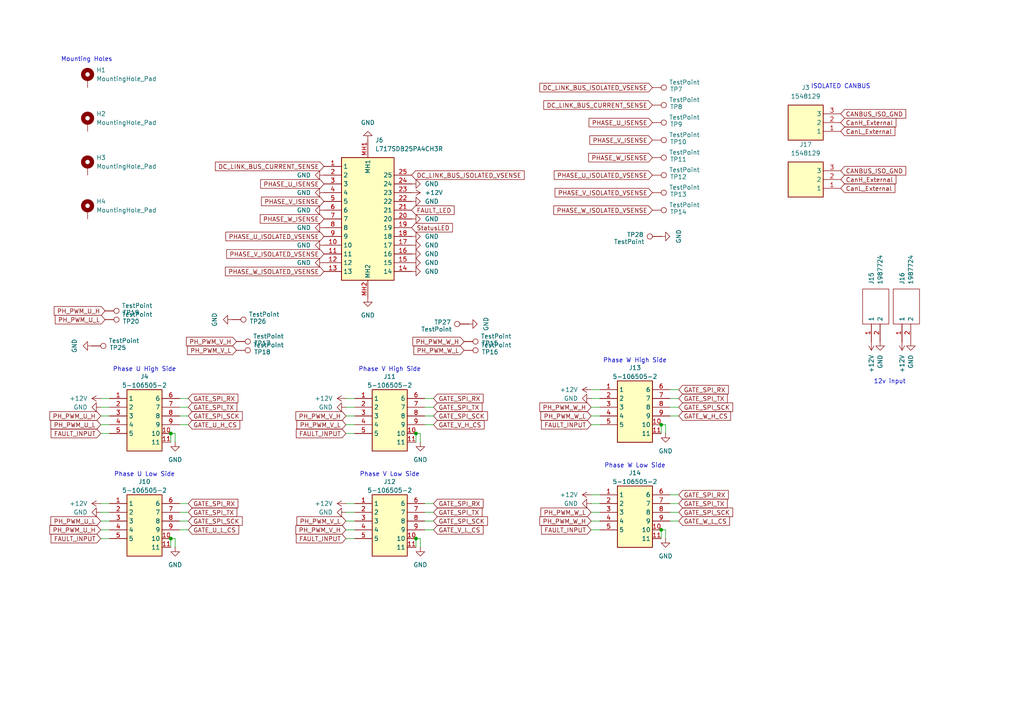
<source format=kicad_sch>
(kicad_sch (version 20250114) (generator "eeschema") (generator_version "9.0")
  (paper "A4")
  (lib_symbols
    (symbol "Connector:TestPoint" (pin_numbers (hide yes)) (pin_names (offset 0.762) (hide yes))
      (property "Reference" "TP" (at 0 6.858 0))
      (property "Value" "TestPoint" (at 0 5.08 0))
      (symbol "TestPoint_0_1"
        (circle (center 0 3.302) (radius 0.762))
      )
      (symbol "TestPoint_1_1"
        (pin passive line (at 0 0 90) (length 2.54) (name "1") (number "1"))
      )
    )
    (symbol "InverterCom:1548129"
      (property "Reference" "J" (at 16.51 7.62 0))
      (property "Value" "1548129" (at 16.51 5.08 0))
      (symbol "1548129_1_1"
        (rectangle (start 5.08 2.54) (end 15.24 -7.62) (stroke (width 0.254)) (fill (type background)))
        (pin passive line (at 0 0 0) (length 5.08) (name "1") (number "1"))
        (pin passive line (at 0 -2.54 0) (length 5.08) (name "2") (number "2"))
        (pin passive line (at 0 -5.08 0) (length 5.08) (name "3") (number "3"))
      )
    )
    (symbol "InverterCom:1987724" (pin_names (offset 0.762))
      (property "Reference" "J" (at 16.51 7.62 0))
      (property "Value" "1987724" (at 16.51 5.08 0))
      (symbol "1987724_0_0"
        (pin passive line (at 0 0 0) (length 5.08) (name "1") (number "1"))
        (pin passive line (at 0 -2.54 0) (length 5.08) (name "2") (number "2"))
      )
      (symbol "1987724_0_1"
        (polyline (pts (xy 5.08 2.54) (xy 15.24 2.54) (xy 15.24 -5.08) (xy 5.08 -5.08) (xy 5.08 2.54)) (stroke (width 0.1524)))
      )
    )
    (symbol "InverterCom:5-106505-2"
      (property "Reference" "J" (at 16.51 7.62 0))
      (property "Value" "5-106505-2" (at 16.51 5.08 0))
      (symbol "5-106505-2_1_1"
        (rectangle (start 5.08 2.54) (end 15.24 -15.24) (stroke (width 0.254)) (fill (type background)))
        (pin passive line (at 0 0 0) (length 5.08) (name "1") (number "1"))
        (pin passive line (at 0 -2.54 0) (length 5.08) (name "2") (number "2"))
        (pin passive line (at 0 -5.08 0) (length 5.08) (name "3") (number "3"))
        (pin passive line (at 0 -7.62 0) (length 5.08) (name "4") (number "4"))
        (pin passive line (at 0 -10.16 0) (length 5.08) (name "5") (number "5"))
        (pin input line (at 17.78 -10.16 180) (length 2.54) (name "10") (number "10"))
        (pin input line (at 17.78 -12.7 180) (length 2.54) (name "11") (number "11"))
        (pin passive line (at 20.32 0 180) (length 5.08) (name "6") (number "6"))
        (pin passive line (at 20.32 -2.54 180) (length 5.08) (name "7") (number "7"))
        (pin passive line (at 20.32 -5.08 180) (length 5.08) (name "8") (number "8"))
        (pin passive line (at 20.32 -7.62 180) (length 5.08) (name "9") (number "9"))
      )
    )
    (symbol "InverterCom:L717SDB25PA4CH3R"
      (property "Reference" "J" (at 41.91 12.7 0))
      (property "Value" "L717SDB25PA4CH3R" (at 41.91 10.16 0))
      (symbol "L717SDB25PA4CH3R_1_1"
        (rectangle (start 5.08 7.62) (end 40.64 -7.62) (stroke (width 0.254)) (fill (type background)))
        (pin passive line (at 0 0 0) (length 5.08) (name "MH2") (number "MH2"))
        (pin passive line (at 7.62 12.7 270) (length 5.08) (name "13") (number "13"))
        (pin passive line (at 7.62 -12.7 90) (length 5.08) (name "14") (number "14"))
        (pin passive line (at 10.16 12.7 270) (length 5.08) (name "12") (number "12"))
        (pin passive line (at 10.16 -12.7 90) (length 5.08) (name "15") (number "15"))
        (pin passive line (at 12.7 12.7 270) (length 5.08) (name "11") (number "11"))
        (pin passive line (at 12.7 -12.7 90) (length 5.08) (name "16") (number "16"))
        (pin passive line (at 15.24 12.7 270) (length 5.08) (name "10") (number "10"))
        (pin passive line (at 15.24 -12.7 90) (length 5.08) (name "17") (number "17"))
        (pin passive line (at 17.78 12.7 270) (length 5.08) (name "9") (number "9"))
        (pin passive line (at 17.78 -12.7 90) (length 5.08) (name "18") (number "18"))
        (pin passive line (at 20.32 12.7 270) (length 5.08) (name "8") (number "8"))
        (pin passive line (at 20.32 -12.7 90) (length 5.08) (name "19") (number "19"))
        (pin passive line (at 22.86 12.7 270) (length 5.08) (name "7") (number "7"))
        (pin passive line (at 22.86 -12.7 90) (length 5.08) (name "20") (number "20"))
        (pin passive line (at 25.4 12.7 270) (length 5.08) (name "6") (number "6"))
        (pin passive line (at 25.4 -12.7 90) (length 5.08) (name "21") (number "21"))
        (pin passive line (at 27.94 12.7 270) (length 5.08) (name "5") (number "5"))
        (pin passive line (at 27.94 -12.7 90) (length 5.08) (name "22") (number "22"))
        (pin passive line (at 30.48 12.7 270) (length 5.08) (name "4") (number "4"))
        (pin passive line (at 30.48 -12.7 90) (length 5.08) (name "23") (number "23"))
        (pin passive line (at 33.02 12.7 270) (length 5.08) (name "3") (number "3"))
        (pin passive line (at 33.02 -12.7 90) (length 5.08) (name "24") (number "24"))
        (pin passive line (at 35.56 12.7 270) (length 5.08) (name "2") (number "2"))
        (pin passive line (at 35.56 -12.7 90) (length 5.08) (name "25") (number "25"))
        (pin passive line (at 38.1 12.7 270) (length 5.08) (name "1") (number "1"))
        (pin passive line (at 45.72 0 180) (length 5.08) (name "MH1") (number "MH1"))
      )
    )
    (symbol "Mechanical:MountingHole_Pad" (pin_numbers (hide yes)) (pin_names (offset 1.016) (hide yes)) (in_bom no)
      (property "Reference" "H" (at 0 6.35 0))
      (property "Value" "MountingHole_Pad" (at 0 4.445 0))
      (symbol "MountingHole_Pad_0_1"
        (circle (center 0 1.27) (radius 1.27) (stroke (width 1.27)))
      )
      (symbol "MountingHole_Pad_1_1"
        (pin input line (at 0 -2.54 90) (length 2.54) (name "1") (number "1"))
      )
    )
    (symbol "power:+12V" (power) (pin_numbers (hide yes)) (pin_names (offset 0) (hide yes))
      (property "Value" "+12V" (at 0 3.556 0))
      (symbol "+12V_0_1"
        (polyline (pts (xy -0.762 1.27) (xy 0 2.54)))
        (polyline (pts (xy 0 2.54) (xy 0.762 1.27)))
        (polyline (pts (xy 0 0) (xy 0 2.54)))
      )
      (symbol "+12V_1_1"
        (pin power_in line (at 0 0 90) (length 0) (name "~") (number "1"))
      )
    )
    (symbol "power:GND" (power) (pin_numbers (hide yes)) (pin_names (offset 0) (hide yes))
      (property "Value" "GND" (at 0 -3.81 0))
      (symbol "GND_0_1"
        (polyline (pts (xy 0 0) (xy 0 -1.27) (xy 1.27 -1.27) (xy 0 -2.54) (xy -1.27 -1.27) (xy 0 -1.27)))
      )
      (symbol "GND_1_1"
        (pin power_in line (at 0 0 270) (length 0) (name "~") (number "1"))
      )
    )
  )
  (text "ISOLATED CANBUS" (at 243.84 25.146 0) (effects (font (size 1.27 1.27))))
  (text "Phase V High Side" (at 113.03 107.188 0) (effects (font (size 1.27 1.27))))
  (text "Phase V Low Side" (at 113.03 137.668 0) (effects (font (size 1.27 1.27))))
  (text "12v input" (at 258.064 110.744 0) (effects (font (size 1.27 1.27))))
  (text "Mounting Holes" (at 25.146 17.272 0) (effects (font (size 1.27 1.27))))
  (text "Phase U Low Side" (at 41.91 137.668 0) (effects (font (size 1.27 1.27))))
  (text "Phase U High Side" (at 41.91 107.188 0) (effects (font (size 1.27 1.27))))
  (text "Phase W Low Side" (at 184.15 135.128 0) (effects (font (size 1.27 1.27))))
  (text "Phase W High Side" (at 184.15 104.648 0) (effects (font (size 1.27 1.27))))
  (junction (at 120.65 156.21))
  (junction (at 120.65 125.73))
  (junction (at 191.77 123.19))
  (junction (at 49.53 125.73))
  (junction (at 49.53 156.21))
  (junction (at 191.77 153.67))
  (wire (pts (xy 31.75 120.65) (xy 29.21 120.65)))
  (wire (pts (xy 100.33 146.05) (xy 102.87 146.05)))
  (wire (pts (xy 100.33 156.21) (xy 102.87 156.21)))
  (wire (pts (xy 171.45 153.67) (xy 173.99 153.67)))
  (wire (pts (xy 196.85 118.11) (xy 194.31 118.11)))
  (wire (pts (xy 31.75 151.13) (xy 29.21 151.13)))
  (wire (pts (xy 123.19 118.11) (xy 125.73 118.11)))
  (wire (pts (xy 121.92 156.21) (xy 121.92 158.75)))
  (wire (pts (xy 29.21 118.11) (xy 31.75 118.11)))
  (wire (pts (xy 173.99 120.65) (xy 171.45 120.65)))
  (wire (pts (xy 171.45 143.51) (xy 173.99 143.51)))
  (wire (pts (xy 125.73 120.65) (xy 123.19 120.65)))
  (wire (pts (xy 171.45 146.05) (xy 173.99 146.05)))
  (wire (pts (xy 49.53 125.73) (xy 50.8 125.73)))
  (wire (pts (xy 54.61 120.65) (xy 52.07 120.65)))
  (wire (pts (xy 193.04 153.67) (xy 193.04 156.21)))
  (wire (pts (xy 49.53 125.73) (xy 49.53 128.27)))
  (wire (pts (xy 102.87 153.67) (xy 100.33 153.67)))
  (wire (pts (xy 54.61 153.67) (xy 52.07 153.67)))
  (wire (pts (xy 194.31 115.57) (xy 196.85 115.57)))
  (wire (pts (xy 171.45 115.57) (xy 173.99 115.57)))
  (wire (pts (xy 123.19 148.59) (xy 125.73 148.59)))
  (wire (pts (xy 123.19 115.57) (xy 125.73 115.57)))
  (wire (pts (xy 120.65 125.73) (xy 121.92 125.73)))
  (wire (pts (xy 125.73 153.67) (xy 123.19 153.67)))
  (wire (pts (xy 102.87 123.19) (xy 100.33 123.19)))
  (wire (pts (xy 173.99 148.59) (xy 171.45 148.59)))
  (wire (pts (xy 196.85 151.13) (xy 194.31 151.13)))
  (wire (pts (xy 123.19 146.05) (xy 125.73 146.05)))
  (wire (pts (xy 29.21 115.57) (xy 31.75 115.57)))
  (wire (pts (xy 194.31 113.03) (xy 196.85 113.03)))
  (wire (pts (xy 120.65 125.73) (xy 120.65 128.27)))
  (wire (pts (xy 54.61 151.13) (xy 52.07 151.13)))
  (wire (pts (xy 54.61 123.19) (xy 52.07 123.19)))
  (wire (pts (xy 191.77 153.67) (xy 191.77 156.21)))
  (wire (pts (xy 196.85 120.65) (xy 194.31 120.65)))
  (wire (pts (xy 52.07 146.05) (xy 54.61 146.05)))
  (wire (pts (xy 191.77 123.19) (xy 193.04 123.19)))
  (wire (pts (xy 100.33 115.57) (xy 102.87 115.57)))
  (wire (pts (xy 173.99 118.11) (xy 171.45 118.11)))
  (wire (pts (xy 125.73 123.19) (xy 123.19 123.19)))
  (wire (pts (xy 29.21 125.73) (xy 31.75 125.73)))
  (wire (pts (xy 31.75 123.19) (xy 29.21 123.19)))
  (wire (pts (xy 31.75 153.67) (xy 29.21 153.67)))
  (wire (pts (xy 102.87 151.13) (xy 100.33 151.13)))
  (wire (pts (xy 49.53 156.21) (xy 50.8 156.21)))
  (wire (pts (xy 29.21 146.05) (xy 31.75 146.05)))
  (wire (pts (xy 49.53 156.21) (xy 49.53 158.75)))
  (wire (pts (xy 100.33 148.59) (xy 102.87 148.59)))
  (wire (pts (xy 193.04 123.19) (xy 193.04 125.73)))
  (wire (pts (xy 191.77 153.67) (xy 193.04 153.67)))
  (wire (pts (xy 50.8 125.73) (xy 50.8 128.27)))
  (wire (pts (xy 52.07 148.59) (xy 54.61 148.59)))
  (wire (pts (xy 100.33 125.73) (xy 102.87 125.73)))
  (wire (pts (xy 52.07 115.57) (xy 54.61 115.57)))
  (wire (pts (xy 194.31 146.05) (xy 196.85 146.05)))
  (wire (pts (xy 191.77 123.19) (xy 191.77 125.73)))
  (wire (pts (xy 100.33 118.11) (xy 102.87 118.11)))
  (wire (pts (xy 50.8 156.21) (xy 50.8 158.75)))
  (wire (pts (xy 52.07 118.11) (xy 54.61 118.11)))
  (wire (pts (xy 194.31 143.51) (xy 196.85 143.51)))
  (wire (pts (xy 121.92 125.73) (xy 121.92 128.27)))
  (wire (pts (xy 120.65 156.21) (xy 120.65 158.75)))
  (wire (pts (xy 196.85 148.59) (xy 194.31 148.59)))
  (wire (pts (xy 171.45 123.19) (xy 173.99 123.19)))
  (wire (pts (xy 173.99 151.13) (xy 171.45 151.13)))
  (wire (pts (xy 171.45 113.03) (xy 173.99 113.03)))
  (wire (pts (xy 29.21 156.21) (xy 31.75 156.21)))
  (wire (pts (xy 125.73 151.13) (xy 123.19 151.13)))
  (wire (pts (xy 29.21 148.59) (xy 31.75 148.59)))
  (wire (pts (xy 120.65 156.21) (xy 121.92 156.21)))
  (wire (pts (xy 102.87 120.65) (xy 100.33 120.65)))
  (global_label "PH_PWM_U_L" (shape input) (at 29.21 123.19 180) (property "Intersheetrefs" "${INTERSHEET_REFS}" (effects (hide yes))))
  (global_label "PH_PWM_W_L" (shape input) (at 171.45 120.65 180) (property "Intersheetrefs" "${INTERSHEET_REFS}" (effects (hide yes))))
  (global_label "GATE_SPI_SCK" (shape input) (at 54.61 151.13 0) (property "Intersheetrefs" "${INTERSHEET_REFS}" (effects (hide yes))))
  (global_label "PHASE_W_ISOLATED_VSENSE" (shape input) (at 93.98 78.74 180) (property "Intersheetrefs" "${INTERSHEET_REFS}" (effects (hide yes))))
  (global_label "PH_PWM_U_L" (shape input) (at 30.48 92.71 180) (property "Intersheetrefs" "${INTERSHEET_REFS}" (effects (hide yes))))
  (global_label "PH_PWM_U_H" (shape input) (at 30.48 90.17 180) (property "Intersheetrefs" "${INTERSHEET_REFS}" (effects (hide yes))))
  (global_label "PHASE_W_ISENSE" (shape input) (at 189.23 45.72 180) (property "Intersheetrefs" "${INTERSHEET_REFS}" (effects (hide yes))))
  (global_label "PH_PWM_U_H" (shape input) (at 29.21 153.67 180) (property "Intersheetrefs" "${INTERSHEET_REFS}" (effects (hide yes))))
  (global_label "GATE_SPI_RX" (shape input) (at 125.73 146.05 0) (property "Intersheetrefs" "${INTERSHEET_REFS}" (effects (hide yes))))
  (global_label "CanH_External" (shape input) (at 243.84 52.07 0) (property "Intersheetrefs" "${INTERSHEET_REFS}" (effects (hide yes))))
  (global_label "GATE_V_L_CS" (shape input) (at 125.73 153.67 0) (property "Intersheetrefs" "${INTERSHEET_REFS}" (effects (hide yes))))
  (global_label "PH_PWM_U_H" (shape input) (at 29.21 120.65 180) (property "Intersheetrefs" "${INTERSHEET_REFS}" (effects (hide yes))))
  (global_label "CanL_External" (shape input) (at 243.84 38.1 0) (property "Intersheetrefs" "${INTERSHEET_REFS}" (effects (hide yes))))
  (global_label "PHASE_U_ISENSE" (shape input) (at 189.23 35.56 180) (property "Intersheetrefs" "${INTERSHEET_REFS}" (effects (hide yes))))
  (global_label "PH_PWM_U_L" (shape input) (at 29.21 151.13 180) (property "Intersheetrefs" "${INTERSHEET_REFS}" (effects (hide yes))))
  (global_label "DC_LINK_BUS_ISOLATED_VSENSE" (shape input) (at 119.38 50.8 0) (property "Intersheetrefs" "${INTERSHEET_REFS}" (effects (hide yes))))
  (global_label "CANBUS_ISO_GND" (shape input) (at 243.84 33.02 0) (property "Intersheetrefs" "${INTERSHEET_REFS}" (effects (hide yes))))
  (global_label "GATE_SPI_RX" (shape input) (at 196.85 113.03 0) (property "Intersheetrefs" "${INTERSHEET_REFS}" (effects (hide yes))))
  (global_label "PH_PWM_W_H" (shape input) (at 134.62 99.06 180) (property "Intersheetrefs" "${INTERSHEET_REFS}" (effects (hide yes))))
  (global_label "PHASE_W_ISENSE" (shape input) (at 93.98 63.5 180) (property "Intersheetrefs" "${INTERSHEET_REFS}" (effects (hide yes))))
  (global_label "GATE_W_L_CS" (shape input) (at 196.85 151.13 0) (property "Intersheetrefs" "${INTERSHEET_REFS}" (effects (hide yes))))
  (global_label "CanL_External" (shape input) (at 243.84 54.61 0) (property "Intersheetrefs" "${INTERSHEET_REFS}" (effects (hide yes))))
  (global_label "GATE_U_H_CS" (shape input) (at 54.61 123.19 0) (property "Intersheetrefs" "${INTERSHEET_REFS}" (effects (hide yes))))
  (global_label "GATE_SPI_SCK" (shape input) (at 125.73 151.13 0) (property "Intersheetrefs" "${INTERSHEET_REFS}" (effects (hide yes))))
  (global_label "GATE_SPI_RX" (shape input) (at 196.85 143.51 0) (property "Intersheetrefs" "${INTERSHEET_REFS}" (effects (hide yes))))
  (global_label "PHASE_V_ISOLATED_VSENSE" (shape input) (at 189.23 55.88 180) (property "Intersheetrefs" "${INTERSHEET_REFS}" (effects (hide yes))))
  (global_label "PHASE_W_ISOLATED_VSENSE" (shape input) (at 189.23 60.96 180) (property "Intersheetrefs" "${INTERSHEET_REFS}" (effects (hide yes))))
  (global_label "GATE_SPI_TX" (shape input) (at 196.85 146.05 0) (property "Intersheetrefs" "${INTERSHEET_REFS}" (effects (hide yes))))
  (global_label "FAULT_INPUT" (shape input) (at 100.33 125.73 180) (property "Intersheetrefs" "${INTERSHEET_REFS}" (effects (hide yes))))
  (global_label "PH_PWM_W_L" (shape input) (at 134.62 101.6 180) (property "Intersheetrefs" "${INTERSHEET_REFS}" (effects (hide yes))))
  (global_label "GATE_SPI_TX" (shape input) (at 196.85 115.57 0) (property "Intersheetrefs" "${INTERSHEET_REFS}" (effects (hide yes))))
  (global_label "DC_LINK_BUS_CURRENT_SENSE" (shape input) (at 189.23 30.48 180) (property "Intersheetrefs" "${INTERSHEET_REFS}" (effects (hide yes))))
  (global_label "PHASE_V_ISOLATED_VSENSE" (shape input) (at 93.98 73.66 180) (property "Intersheetrefs" "${INTERSHEET_REFS}" (effects (hide yes))))
  (global_label "GATE_SPI_SCK" (shape input) (at 196.85 118.11 0) (property "Intersheetrefs" "${INTERSHEET_REFS}" (effects (hide yes))))
  (global_label "GATE_SPI_TX" (shape input) (at 54.61 118.11 0) (property "Intersheetrefs" "${INTERSHEET_REFS}" (effects (hide yes))))
  (global_label "GATE_SPI_RX" (shape input) (at 54.61 146.05 0) (property "Intersheetrefs" "${INTERSHEET_REFS}" (effects (hide yes))))
  (global_label "PHASE_V_ISENSE" (shape input) (at 189.23 40.64 180) (property "Intersheetrefs" "${INTERSHEET_REFS}" (effects (hide yes))))
  (global_label "DC_LINK_BUS_CURRENT_SENSE" (shape input) (at 93.98 48.26 180) (property "Intersheetrefs" "${INTERSHEET_REFS}" (effects (hide yes))))
  (global_label "PHASE_U_ISOLATED_VSENSE" (shape input) (at 189.23 50.8 180) (property "Intersheetrefs" "${INTERSHEET_REFS}" (effects (hide yes))))
  (global_label "GATE_SPI_RX" (shape input) (at 125.73 115.57 0) (property "Intersheetrefs" "${INTERSHEET_REFS}" (effects (hide yes))))
  (global_label "PH_PWM_W_H" (shape input) (at 171.45 118.11 180) (property "Intersheetrefs" "${INTERSHEET_REFS}" (effects (hide yes))))
  (global_label "PH_PWM_V_L" (shape input) (at 100.33 151.13 180) (property "Intersheetrefs" "${INTERSHEET_REFS}" (effects (hide yes))))
  (global_label "CANBUS_ISO_GND" (shape input) (at 243.84 49.53 0) (property "Intersheetrefs" "${INTERSHEET_REFS}" (effects (hide yes))))
  (global_label "GATE_SPI_TX" (shape input) (at 125.73 148.59 0) (property "Intersheetrefs" "${INTERSHEET_REFS}" (effects (hide yes))))
  (global_label "PHASE_V_ISENSE" (shape input) (at 93.98 58.42 180) (property "Intersheetrefs" "${INTERSHEET_REFS}" (effects (hide yes))))
  (global_label "GATE_U_L_CS" (shape input) (at 54.61 153.67 0) (property "Intersheetrefs" "${INTERSHEET_REFS}" (effects (hide yes))))
  (global_label "CanH_External" (shape input) (at 243.84 35.56 0) (property "Intersheetrefs" "${INTERSHEET_REFS}" (effects (hide yes))))
  (global_label "FAULT_INPUT" (shape input) (at 29.21 125.73 180) (property "Intersheetrefs" "${INTERSHEET_REFS}" (effects (hide yes))))
  (global_label "GATE_SPI_TX" (shape input) (at 54.61 148.59 0) (property "Intersheetrefs" "${INTERSHEET_REFS}" (effects (hide yes))))
  (global_label "FAULT_INPUT" (shape input) (at 29.21 156.21 180) (property "Intersheetrefs" "${INTERSHEET_REFS}" (effects (hide yes))))
  (global_label "PH_PWM_V_H" (shape input) (at 100.33 120.65 180) (property "Intersheetrefs" "${INTERSHEET_REFS}" (effects (hide yes))))
  (global_label "PH_PWM_W_H" (shape input) (at 171.45 151.13 180) (property "Intersheetrefs" "${INTERSHEET_REFS}" (effects (hide yes))))
  (global_label "PH_PWM_V_H" (shape input) (at 68.58 99.06 180) (property "Intersheetrefs" "${INTERSHEET_REFS}" (effects (hide yes))))
  (global_label "GATE_SPI_TX" (shape input) (at 125.73 118.11 0) (property "Intersheetrefs" "${INTERSHEET_REFS}" (effects (hide yes))))
  (global_label "GATE_W_H_CS" (shape input) (at 196.85 120.65 0) (property "Intersheetrefs" "${INTERSHEET_REFS}" (effects (hide yes))))
  (global_label "GATE_V_H_CS" (shape input) (at 125.73 123.19 0) (property "Intersheetrefs" "${INTERSHEET_REFS}" (effects (hide yes))))
  (global_label "FAULT_INPUT" (shape input) (at 100.33 156.21 180) (property "Intersheetrefs" "${INTERSHEET_REFS}" (effects (hide yes))))
  (global_label "PH_PWM_W_L" (shape input) (at 171.45 148.59 180) (property "Intersheetrefs" "${INTERSHEET_REFS}" (effects (hide yes))))
  (global_label "GATE_SPI_SCK" (shape input) (at 196.85 148.59 0) (property "Intersheetrefs" "${INTERSHEET_REFS}" (effects (hide yes))))
  (global_label "GATE_SPI_SCK" (shape input) (at 125.73 120.65 0) (property "Intersheetrefs" "${INTERSHEET_REFS}" (effects (hide yes))))
  (global_label "GATE_SPI_RX" (shape input) (at 54.61 115.57 0) (property "Intersheetrefs" "${INTERSHEET_REFS}" (effects (hide yes))))
  (global_label "PHASE_U_ISENSE" (shape input) (at 93.98 53.34 180) (property "Intersheetrefs" "${INTERSHEET_REFS}" (effects (hide yes))))
  (global_label "PHASE_U_ISOLATED_VSENSE" (shape input) (at 93.98 68.58 180) (property "Intersheetrefs" "${INTERSHEET_REFS}" (effects (hide yes))))
  (global_label "GATE_SPI_SCK" (shape input) (at 54.61 120.65 0) (property "Intersheetrefs" "${INTERSHEET_REFS}" (effects (hide yes))))
  (global_label "FAULT_LED" (shape input) (at 119.38 60.96 0) (property "Intersheetrefs" "${INTERSHEET_REFS}" (effects (hide yes))))
  (global_label "FAULT_INPUT" (shape input) (at 171.45 153.67 180) (property "Intersheetrefs" "${INTERSHEET_REFS}" (effects (hide yes))))
  (global_label "FAULT_INPUT" (shape input) (at 171.45 123.19 180) (property "Intersheetrefs" "${INTERSHEET_REFS}" (effects (hide yes))))
  (global_label "DC_LINK_BUS_ISOLATED_VSENSE" (shape input) (at 189.23 25.4 180) (property "Intersheetrefs" "${INTERSHEET_REFS}" (effects (hide yes))))
  (global_label "PH_PWM_V_L" (shape input) (at 100.33 123.19 180) (property "Intersheetrefs" "${INTERSHEET_REFS}" (effects (hide yes))))
  (global_label "PH_PWM_V_L" (shape input) (at 68.58 101.6 180) (property "Intersheetrefs" "${INTERSHEET_REFS}" (effects (hide yes))))
  (global_label "PH_PWM_V_H" (shape input) (at 100.33 153.67 180) (property "Intersheetrefs" "${INTERSHEET_REFS}" (effects (hide yes))))
  (global_label "StatusLED" (shape input) (at 119.38 66.04 0) (property "Intersheetrefs" "${INTERSHEET_REFS}" (effects (hide yes))))
  (symbol (lib_id "power:+12V") (at 171.45 143.51 90) (unit 1)
    (property "Reference" "#PWR076" (effects (hide yes)))
    (property "Value" "+12V" (at 167.64 143.5099 90) (effects (justify left)))
    (property "Description" "Power symbol creates a global label with name \"+12V\"" (effects (hide yes)))
  )
  (symbol (lib_id "Connector:TestPoint") (at 135.89 93.98 90) (unit 1)
    (property "Reference" "TP27" (at 130.81 93.472 90) (effects (justify left)))
    (property "Value" "TestPoint" (at 131.064 95.504 90) (effects (justify left)))
    (property "Footprint" "TestPoint:TestPoint_Loop_D2.54mm_Drill1.5mm_Beaded" (effects (hide yes)))
    (property "Description" "test point" (effects (hide yes)))
  )
  (symbol (lib_id "InverterCom:5-106505-2") (at 173.99 143.51 0) (unit 1)
    (property "Reference" "J14" (at 184.15 137.16 0))
    (property "Value" "5-106505-2" (at 184.15 139.7 0))
    (property "Footprint" "InverterCom:5-106505-2_3" (effects (hide yes)))
    (property "Datasheet" "https://www.te.com/commerce/DocumentDelivery/DDEController?Action=srchrtrv&DocNm=82068_AMPLIMITE_Right-Angle_Posted_Conn&DocType=Catalog%20Section&DocLang=English&PartCntxt=5-106505-2&DocFormat=pdf" (effects (hide yes)))
    (property "Description" "Body Features: Primary Product Color Black | Shell Plating Material Tin | Connector Profile Standard | Configuration Features: PCB Mount Orientation Right Angle | Number of Positions 9 | Number of Rows 2 | Contact Features: Contact Mating Area Plating Material Gold | Contact Mating Area Plating Material Thickness .76 MICM | Contact Shape & Form Round | Contact Mating Area Plating Material Gold Flash over Palladium Nickel | Contact Current Rating (Max) 6 AMP | Contact Base Material Phosphor Bronze | PCB Cont" (effects (hide yes)))
    (property "Mouser Part Number" "571-5-106505-2" (effects (hide yes)))
    (property "Mouser Price/Stock" "https://www.mouser.co.uk/ProductDetail/TE-Connectivity/5-106505-2?qs=MQMItlSumdeqtmm5RcerVg%3D%3D" (effects (hide yes)))
    (property "Manufacturer_Name" "TE Connectivity" (effects (hide yes)))
    (property "Manufacturer_Part_Number" "5-106505-2" (effects (hide yes)))
  )
  (symbol (lib_id "power:GND") (at 171.45 115.57 270) (unit 1)
    (property "Reference" "#PWR075" (effects (hide yes)))
    (property "Value" "GND" (at 167.64 115.5699 90) (effects (justify right)))
    (property "Description" "Power symbol creates a global label with name \"GND\" , ground" (effects (hide yes)))
  )
  (symbol (lib_id "power:+12V") (at 29.21 115.57 90) (unit 1)
    (property "Reference" "#PWR045" (effects (hide yes)))
    (property "Value" "+12V" (at 25.4 115.5699 90) (effects (justify left)))
    (property "Description" "Power symbol creates a global label with name \"+12V\"" (effects (hide yes)))
  )
  (symbol (lib_id "power:GND") (at 119.38 58.42 90) (unit 1)
    (property "Reference" "#PWR058" (effects (hide yes)))
    (property "Value" "GND" (at 123.19 58.4199 90) (effects (justify right)))
    (property "Description" "Power symbol creates a global label with name \"GND\" , ground" (effects (hide yes)))
  )
  (symbol (lib_id "power:GND") (at 193.04 156.21 0) (unit 1)
    (property "Reference" "#PWR079" (effects (hide yes)))
    (property "Value" "GND" (at 193.04 161.29 0))
    (property "Description" "Power symbol creates a global label with name \"GND\" , ground" (effects (hide yes)))
  )
  (symbol (lib_id "power:GND") (at 29.21 118.11 270) (unit 1)
    (property "Reference" "#PWR046" (effects (hide yes)))
    (property "Value" "GND" (at 25.4 118.1099 90) (effects (justify right)))
    (property "Description" "Power symbol creates a global label with name \"GND\" , ground" (effects (hide yes)))
  )
  (symbol (lib_id "Connector:TestPoint") (at 68.58 99.06 270) (unit 1)
    (property "Reference" "TP17" (at 73.66 99.568 90) (effects (justify left)))
    (property "Value" "TestPoint" (at 73.406 97.536 90) (effects (justify left)))
    (property "Footprint" "TestPoint:TestPoint_Loop_D2.54mm_Drill1.5mm_Beaded" (effects (hide yes)))
    (property "Description" "test point" (effects (hide yes)))
  )
  (symbol (lib_id "InverterCom:5-106505-2") (at 173.99 113.03 0) (unit 1)
    (property "Reference" "J13" (at 184.15 106.68 0))
    (property "Value" "5-106505-2" (at 184.15 109.22 0))
    (property "Footprint" "InverterCom:5-106505-2_3" (effects (hide yes)))
    (property "Datasheet" "https://www.te.com/commerce/DocumentDelivery/DDEController?Action=srchrtrv&DocNm=82068_AMPLIMITE_Right-Angle_Posted_Conn&DocType=Catalog%20Section&DocLang=English&PartCntxt=5-106505-2&DocFormat=pdf" (effects (hide yes)))
    (property "Description" "Body Features: Primary Product Color Black | Shell Plating Material Tin | Connector Profile Standard | Configuration Features: PCB Mount Orientation Right Angle | Number of Positions 9 | Number of Rows 2 | Contact Features: Contact Mating Area Plating Material Gold | Contact Mating Area Plating Material Thickness .76 MICM | Contact Shape & Form Round | Contact Mating Area Plating Material Gold Flash over Palladium Nickel | Contact Current Rating (Max) 6 AMP | Contact Base Material Phosphor Bronze | PCB Cont" (effects (hide yes)))
    (property "Mouser Part Number" "571-5-106505-2" (effects (hide yes)))
    (property "Mouser Price/Stock" "https://www.mouser.co.uk/ProductDetail/TE-Connectivity/5-106505-2?qs=MQMItlSumdeqtmm5RcerVg%3D%3D" (effects (hide yes)))
    (property "Manufacturer_Name" "TE Connectivity" (effects (hide yes)))
    (property "Manufacturer_Part_Number" "5-106505-2" (effects (hide yes)))
  )
  (symbol (lib_id "InverterCom:5-106505-2") (at 31.75 115.57 0) (unit 1)
    (property "Reference" "J4" (at 41.91 109.22 0))
    (property "Value" "5-106505-2" (at 41.91 111.76 0))
    (property "Footprint" "InverterCom:5-106505-2_3" (effects (hide yes)))
    (property "Datasheet" "https://www.te.com/commerce/DocumentDelivery/DDEController?Action=srchrtrv&DocNm=82068_AMPLIMITE_Right-Angle_Posted_Conn&DocType=Catalog%20Section&DocLang=English&PartCntxt=5-106505-2&DocFormat=pdf" (effects (hide yes)))
    (property "Description" "Body Features: Primary Product Color Black | Shell Plating Material Tin | Connector Profile Standard | Configuration Features: PCB Mount Orientation Right Angle | Number of Positions 9 | Number of Rows 2 | Contact Features: Contact Mating Area Plating Material Gold | Contact Mating Area Plating Material Thickness .76 MICM | Contact Shape & Form Round | Contact Mating Area Plating Material Gold Flash over Palladium Nickel | Contact Current Rating (Max) 6 AMP | Contact Base Material Phosphor Bronze | PCB Cont" (effects (hide yes)))
    (property "Mouser Part Number" "571-5-106505-2" (effects (hide yes)))
    (property "Mouser Price/Stock" "https://www.mouser.co.uk/ProductDetail/TE-Connectivity/5-106505-2?qs=MQMItlSumdeqtmm5RcerVg%3D%3D" (effects (hide yes)))
    (property "Manufacturer_Name" "TE Connectivity" (effects (hide yes)))
    (property "Manufacturer_Part_Number" "5-106505-2" (effects (hide yes)))
  )
  (symbol (lib_id "power:GND") (at 255.27 99.06 0) (unit 1)
    (property "Reference" "#PWR0155" (effects (hide yes)))
    (property "Value" "GND" (at 255.2699 102.87 90) (effects (justify right)))
    (property "Description" "Power symbol creates a global label with name \"GND\" , ground" (effects (hide yes)))
  )
  (symbol (lib_id "power:GND") (at 29.21 148.59 270) (unit 1)
    (property "Reference" "#PWR066" (effects (hide yes)))
    (property "Value" "GND" (at 25.4 148.5899 90) (effects (justify right)))
    (property "Description" "Power symbol creates a global label with name \"GND\" , ground" (effects (hide yes)))
  )
  (symbol (lib_id "power:GND") (at 119.38 76.2 90) (unit 1)
    (property "Reference" "#PWR063" (effects (hide yes)))
    (property "Value" "GND" (at 123.19 76.1999 90) (effects (justify right)))
    (property "Description" "Power symbol creates a global label with name \"GND\" , ground" (effects (hide yes)))
  )
  (symbol (lib_id "power:GND") (at 93.98 60.96 270) (unit 1)
    (property "Reference" "#PWR050" (effects (hide yes)))
    (property "Value" "GND" (at 90.17 60.9599 90) (effects (justify right)))
    (property "Description" "Power symbol creates a global label with name \"GND\" , ground" (effects (hide yes)))
  )
  (symbol (lib_id "Connector:TestPoint") (at 67.31 92.71 270) (unit 1)
    (property "Reference" "TP26" (at 72.39 93.218 90) (effects (justify left)))
    (property "Value" "TestPoint" (at 72.136 91.186 90) (effects (justify left)))
    (property "Footprint" "TestPoint:TestPoint_Loop_D2.54mm_Drill1.5mm_Beaded" (effects (hide yes)))
    (property "Description" "test point" (effects (hide yes)))
  )
  (symbol (lib_id "Connector:TestPoint") (at 134.62 99.06 270) (unit 1)
    (property "Reference" "TP15" (at 139.7 99.568 90) (effects (justify left)))
    (property "Value" "TestPoint" (at 139.446 97.536 90) (effects (justify left)))
    (property "Footprint" "TestPoint:TestPoint_Loop_D2.54mm_Drill1.5mm_Beaded" (effects (hide yes)))
    (property "Description" "test point" (effects (hide yes)))
  )
  (symbol (lib_id "Mechanical:MountingHole_Pad") (at 25.4 35.56 0) (unit 1) (in_bom no)
    (property "Reference" "H2" (at 27.94 33.0199 0) (effects (justify left)))
    (property "Value" "MountingHole_Pad" (at 27.94 35.5599 0) (effects (justify left)))
    (property "Footprint" "MountingHole:MountingHole_5.3mm_M5_ISO7380_Pad" (effects (hide yes)))
    (property "Description" "Mounting Hole with connection" (effects (hide yes)))
  )
  (symbol (lib_id "power:+12V") (at 100.33 115.57 90) (unit 1)
    (property "Reference" "#PWR068" (effects (hide yes)))
    (property "Value" "+12V" (at 96.52 115.5699 90) (effects (justify left)))
    (property "Description" "Power symbol creates a global label with name \"+12V\"" (effects (hide yes)))
  )
  (symbol (lib_id "power:GND") (at 193.04 125.73 0) (unit 1)
    (property "Reference" "#PWR078" (effects (hide yes)))
    (property "Value" "GND" (at 193.04 130.81 0))
    (property "Description" "Power symbol creates a global label with name \"GND\" , ground" (effects (hide yes)))
  )
  (symbol (lib_id "InverterCom:5-106505-2") (at 102.87 115.57 0) (unit 1)
    (property "Reference" "J11" (at 113.03 109.22 0))
    (property "Value" "5-106505-2" (at 113.03 111.76 0))
    (property "Footprint" "InverterCom:5-106505-2_3" (effects (hide yes)))
    (property "Datasheet" "https://www.te.com/commerce/DocumentDelivery/DDEController?Action=srchrtrv&DocNm=82068_AMPLIMITE_Right-Angle_Posted_Conn&DocType=Catalog%20Section&DocLang=English&PartCntxt=5-106505-2&DocFormat=pdf" (effects (hide yes)))
    (property "Description" "Body Features: Primary Product Color Black | Shell Plating Material Tin | Connector Profile Standard | Configuration Features: PCB Mount Orientation Right Angle | Number of Positions 9 | Number of Rows 2 | Contact Features: Contact Mating Area Plating Material Gold | Contact Mating Area Plating Material Thickness .76 MICM | Contact Shape & Form Round | Contact Mating Area Plating Material Gold Flash over Palladium Nickel | Contact Current Rating (Max) 6 AMP | Contact Base Material Phosphor Bronze | PCB Cont" (effects (hide yes)))
    (property "Mouser Part Number" "571-5-106505-2" (effects (hide yes)))
    (property "Mouser Price/Stock" "https://www.mouser.co.uk/ProductDetail/TE-Connectivity/5-106505-2?qs=MQMItlSumdeqtmm5RcerVg%3D%3D" (effects (hide yes)))
    (property "Manufacturer_Name" "TE Connectivity" (effects (hide yes)))
    (property "Manufacturer_Part_Number" "5-106505-2" (effects (hide yes)))
  )
  (symbol (lib_id "power:GND") (at 191.77 68.58 90) (unit 1)
    (property "Reference" "#PWR042" (effects (hide yes)))
    (property "Value" "GND" (at 196.85 68.58 0))
    (property "Description" "Power symbol creates a global label with name \"GND\" , ground" (effects (hide yes)))
  )
  (symbol (lib_id "power:+12V") (at 29.21 146.05 90) (unit 1)
    (property "Reference" "#PWR065" (effects (hide yes)))
    (property "Value" "+12V" (at 25.4 146.0499 90) (effects (justify left)))
    (property "Description" "Power symbol creates a global label with name \"+12V\"" (effects (hide yes)))
  )
  (symbol (lib_id "Mechanical:MountingHole_Pad") (at 25.4 22.86 0) (unit 1) (in_bom no)
    (property "Reference" "H1" (at 27.94 20.3199 0) (effects (justify left)))
    (property "Value" "MountingHole_Pad" (at 27.94 22.8599 0) (effects (justify left)))
    (property "Footprint" "MountingHole:MountingHole_5.3mm_M5_ISO7380_Pad" (effects (hide yes)))
    (property "Description" "Mounting Hole with connection" (effects (hide yes)))
  )
  (symbol (lib_id "power:GND") (at 100.33 118.11 270) (unit 1)
    (property "Reference" "#PWR069" (effects (hide yes)))
    (property "Value" "GND" (at 96.52 118.1099 90) (effects (justify right)))
    (property "Description" "Power symbol creates a global label with name \"GND\" , ground" (effects (hide yes)))
  )
  (symbol (lib_id "power:GND") (at 50.8 158.75 0) (unit 1)
    (property "Reference" "#PWR067" (effects (hide yes)))
    (property "Value" "GND" (at 50.8 163.83 0))
    (property "Description" "Power symbol creates a global label with name \"GND\" , ground" (effects (hide yes)))
  )
  (symbol (lib_id "power:GND") (at 119.38 68.58 90) (unit 1)
    (property "Reference" "#PWR060" (effects (hide yes)))
    (property "Value" "GND" (at 123.19 68.5799 90) (effects (justify right)))
    (property "Description" "Power symbol creates a global label with name \"GND\" , ground" (effects (hide yes)))
  )
  (symbol (lib_id "power:+12V") (at 252.73 99.06 180) (unit 1)
    (property "Reference" "#PWR0154" (effects (hide yes)))
    (property "Value" "+12V" (at 252.7299 102.87 90) (effects (justify left)))
    (property "Description" "Power symbol creates a global label with name \"+12V\"" (effects (hide yes)))
  )
  (symbol (lib_id "power:GND") (at 135.89 93.98 90) (unit 1)
    (property "Reference" "#PWR041" (effects (hide yes)))
    (property "Value" "GND" (at 140.97 93.98 0))
    (property "Description" "Power symbol creates a global label with name \"GND\" , ground" (effects (hide yes)))
  )
  (symbol (lib_id "InverterCom:1987724") (at 252.73 99.06 90) (unit 1)
    (property "Reference" "J15" (at 252.7299 82.55 0) (effects (justify left)))
    (property "Value" "1987724" (at 255.2699 82.55 0) (effects (justify left)))
    (property "Footprint" "InverterCom:1987724" (effects (hide yes)))
    (property "Datasheet" "https://datasheet.datasheetarchive.com/originals/distributors/Datasheets-DGA18/1075322.pdf" (effects (hide yes)))
    (property "Description" "Phoenix Contact PT 2.5/ 2-5.0-V PCB Terminal Block, 2 Way/Pole, Screw Terminals, 20  10 AWG Through Hole," (effects (hide yes)))
    (property "Description_1" "Phoenix Contact PT 2.5/ 2-5.0-V PCB Terminal Block, 2 Way/Pole, Screw Terminals, 20  10 AWG Through Hole," (effects (hide yes)))
    (property "Height" "9.15" (effects (hide yes)))
    (property "Mouser Part Number" "651-1987724" (effects (hide yes)))
    (property "Mouser Price/Stock" "https://www.mouser.co.uk/ProductDetail/Phoenix-Contact/1987724?qs=gjk32EaArKIePzXcIKo3jg%3D%3D" (effects (hide yes)))
    (property "Manufacturer_Name" "Phoenix Contact" (effects (hide yes)))
    (property "Manufacturer_Part_Number" "1987724" (effects (hide yes)))
  )
  (symbol (lib_id "power:GND") (at 26.67 100.33 270) (unit 1)
    (property "Reference" "#PWR039" (effects (hide yes)))
    (property "Value" "GND" (at 21.59 100.33 0))
    (property "Description" "Power symbol creates a global label with name \"GND\" , ground" (effects (hide yes)))
  )
  (symbol (lib_id "InverterCom:5-106505-2") (at 102.87 146.05 0) (unit 1)
    (property "Reference" "J12" (at 113.03 139.7 0))
    (property "Value" "5-106505-2" (at 113.03 142.24 0))
    (property "Footprint" "InverterCom:5-106505-2_3" (effects (hide yes)))
    (property "Datasheet" "https://www.te.com/commerce/DocumentDelivery/DDEController?Action=srchrtrv&DocNm=82068_AMPLIMITE_Right-Angle_Posted_Conn&DocType=Catalog%20Section&DocLang=English&PartCntxt=5-106505-2&DocFormat=pdf" (effects (hide yes)))
    (property "Description" "Body Features: Primary Product Color Black | Shell Plating Material Tin | Connector Profile Standard | Configuration Features: PCB Mount Orientation Right Angle | Number of Positions 9 | Number of Rows 2 | Contact Features: Contact Mating Area Plating Material Gold | Contact Mating Area Plating Material Thickness .76 MICM | Contact Shape & Form Round | Contact Mating Area Plating Material Gold Flash over Palladium Nickel | Contact Current Rating (Max) 6 AMP | Contact Base Material Phosphor Bronze | PCB Cont" (effects (hide yes)))
    (property "Mouser Part Number" "571-5-106505-2" (effects (hide yes)))
    (property "Mouser Price/Stock" "https://www.mouser.co.uk/ProductDetail/TE-Connectivity/5-106505-2?qs=MQMItlSumdeqtmm5RcerVg%3D%3D" (effects (hide yes)))
    (property "Manufacturer_Name" "TE Connectivity" (effects (hide yes)))
    (property "Manufacturer_Part_Number" "5-106505-2" (effects (hide yes)))
  )
  (symbol (lib_id "InverterCom:1548129") (at 243.84 54.61 180) (unit 1)
    (property "Reference" "J17" (at 233.68 41.91 0))
    (property "Value" "1548129" (at 233.68 44.45 0))
    (property "Footprint" "InverterCom:1548129" (effects (hide yes)))
    (property "Datasheet" "https://www.phoenixcontact.com/en-in/products/pcb-terminal-block-mkdsn-15-3-508-spe-1548129" (effects (hide yes)))
    (property "Description" "Pluggable Terminal Blocks MKDSN 1,5/ 3-5,08 SPE" (effects (hide yes)))
    (property "Height" "10.15" (effects (hide yes)))
    (property "Mouser Part Number" "651-1548129" (effects (hide yes)))
    (property "Mouser Price/Stock" "https://www.mouser.co.uk/ProductDetail/Phoenix-Contact/1548129?qs=ulEaXIWI0c%2FYtJCBk3iUtQ%3D%3D" (effects (hide yes)))
    (property "Manufacturer_Name" "Phoenix Contact" (effects (hide yes)))
    (property "Manufacturer_Part_Number" "1548129" (effects (hide yes)))
  )
  (symbol (lib_id "power:GND") (at 171.45 146.05 270) (unit 1)
    (property "Reference" "#PWR077" (effects (hide yes)))
    (property "Value" "GND" (at 167.64 146.0499 90) (effects (justify right)))
    (property "Description" "Power symbol creates a global label with name \"GND\" , ground" (effects (hide yes)))
  )
  (symbol (lib_id "power:GND") (at 119.38 53.34 90) (unit 1)
    (property "Reference" "#PWR057" (effects (hide yes)))
    (property "Value" "GND" (at 123.19 53.3399 90) (effects (justify right)))
    (property "Description" "Power symbol creates a global label with name \"GND\" , ground" (effects (hide yes)))
  )
  (symbol (lib_id "Connector:TestPoint") (at 30.48 92.71 270) (unit 1)
    (property "Reference" "TP20" (at 35.56 93.218 90) (effects (justify left)))
    (property "Value" "TestPoint" (at 35.306 91.186 90) (effects (justify left)))
    (property "Footprint" "TestPoint:TestPoint_Loop_D2.54mm_Drill1.5mm_Beaded" (effects (hide yes)))
    (property "Description" "test point" (effects (hide yes)))
  )
  (symbol (lib_id "power:GND") (at 100.33 148.59 270) (unit 1)
    (property "Reference" "#PWR071" (effects (hide yes)))
    (property "Value" "GND" (at 96.52 148.5899 90) (effects (justify right)))
    (property "Description" "Power symbol creates a global label with name \"GND\" , ground" (effects (hide yes)))
  )
  (symbol (lib_id "Connector:TestPoint") (at 189.23 40.64 270) (unit 1)
    (property "Reference" "TP10" (at 194.31 41.148 90) (effects (justify left)))
    (property "Value" "TestPoint" (at 194.056 39.116 90) (effects (justify left)))
    (property "Footprint" "TestPoint:TestPoint_Loop_D2.54mm_Drill1.5mm_Beaded" (effects (hide yes)))
    (property "Description" "test point" (effects (hide yes)))
  )
  (symbol (lib_id "Connector:TestPoint") (at 191.77 68.58 90) (unit 1)
    (property "Reference" "TP28" (at 186.69 68.072 90) (effects (justify left)))
    (property "Value" "TestPoint" (at 186.944 70.104 90) (effects (justify left)))
    (property "Footprint" "TestPoint:TestPoint_Loop_D2.54mm_Drill1.5mm_Beaded" (effects (hide yes)))
    (property "Description" "test point" (effects (hide yes)))
  )
  (symbol (lib_id "Connector:TestPoint") (at 30.48 90.17 270) (unit 1)
    (property "Reference" "TP19" (at 35.56 90.678 90) (effects (justify left)))
    (property "Value" "TestPoint" (at 35.306 88.646 90) (effects (justify left)))
    (property "Footprint" "TestPoint:TestPoint_Loop_D2.54mm_Drill1.5mm_Beaded" (effects (hide yes)))
    (property "Description" "test point" (effects (hide yes)))
  )
  (symbol (lib_id "InverterCom:1548129") (at 243.84 38.1 180) (unit 1)
    (property "Reference" "J3" (at 233.68 25.4 0))
    (property "Value" "1548129" (at 233.68 27.94 0))
    (property "Footprint" "InverterCom:1548129" (effects (hide yes)))
    (property "Datasheet" "https://www.phoenixcontact.com/en-in/products/pcb-terminal-block-mkdsn-15-3-508-spe-1548129" (effects (hide yes)))
    (property "Description" "Pluggable Terminal Blocks MKDSN 1,5/ 3-5,08 SPE" (effects (hide yes)))
    (property "Height" "10.15" (effects (hide yes)))
    (property "Mouser Part Number" "651-1548129" (effects (hide yes)))
    (property "Mouser Price/Stock" "https://www.mouser.co.uk/ProductDetail/Phoenix-Contact/1548129?qs=ulEaXIWI0c%2FYtJCBk3iUtQ%3D%3D" (effects (hide yes)))
    (property "Manufacturer_Name" "Phoenix Contact" (effects (hide yes)))
    (property "Manufacturer_Part_Number" "1548129" (effects (hide yes)))
  )
  (symbol (lib_id "Connector:TestPoint") (at 68.58 101.6 270) (unit 1)
    (property "Reference" "TP18" (at 73.66 102.108 90) (effects (justify left)))
    (property "Value" "TestPoint" (at 73.406 100.076 90) (effects (justify left)))
    (property "Footprint" "TestPoint:TestPoint_Loop_D2.54mm_Drill1.5mm_Beaded" (effects (hide yes)))
    (property "Description" "test point" (effects (hide yes)))
  )
  (symbol (lib_id "power:GND") (at 93.98 71.12 270) (unit 1)
    (property "Reference" "#PWR052" (effects (hide yes)))
    (property "Value" "GND" (at 90.17 71.1199 90) (effects (justify right)))
    (property "Description" "Power symbol creates a global label with name \"GND\" , ground" (effects (hide yes)))
  )
  (symbol (lib_id "InverterCom:1987724") (at 261.62 99.06 90) (unit 1)
    (property "Reference" "J16" (at 261.6199 82.55 0) (effects (justify left)))
    (property "Value" "1987724" (at 264.1599 82.55 0) (effects (justify left)))
    (property "Footprint" "InverterCom:1987724" (effects (hide yes)))
    (property "Datasheet" "https://datasheet.datasheetarchive.com/originals/distributors/Datasheets-DGA18/1075322.pdf" (effects (hide yes)))
    (property "Description" "Phoenix Contact PT 2.5/ 2-5.0-V PCB Terminal Block, 2 Way/Pole, Screw Terminals, 20  10 AWG Through Hole," (effects (hide yes)))
    (property "Description_1" "Phoenix Contact PT 2.5/ 2-5.0-V PCB Terminal Block, 2 Way/Pole, Screw Terminals, 20  10 AWG Through Hole," (effects (hide yes)))
    (property "Height" "9.15" (effects (hide yes)))
    (property "Mouser Part Number" "651-1987724" (effects (hide yes)))
    (property "Mouser Price/Stock" "https://www.mouser.co.uk/ProductDetail/Phoenix-Contact/1987724?qs=gjk32EaArKIePzXcIKo3jg%3D%3D" (effects (hide yes)))
    (property "Manufacturer_Name" "Phoenix Contact" (effects (hide yes)))
    (property "Manufacturer_Part_Number" "1987724" (effects (hide yes)))
  )
  (symbol (lib_id "Connector:TestPoint") (at 189.23 50.8 270) (unit 1)
    (property "Reference" "TP12" (at 194.31 51.308 90) (effects (justify left)))
    (property "Value" "TestPoint" (at 194.056 49.276 90) (effects (justify left)))
    (property "Footprint" "TestPoint:TestPoint_Loop_D2.54mm_Drill1.5mm_Beaded" (effects (hide yes)))
    (property "Description" "test point" (effects (hide yes)))
  )
  (symbol (lib_id "power:GND") (at 264.16 99.06 0) (unit 1)
    (property "Reference" "#PWR0157" (effects (hide yes)))
    (property "Value" "GND" (at 264.1599 102.87 90) (effects (justify right)))
    (property "Description" "Power symbol creates a global label with name \"GND\" , ground" (effects (hide yes)))
  )
  (symbol (lib_id "Mechanical:MountingHole_Pad") (at 25.4 48.26 0) (unit 1) (in_bom no)
    (property "Reference" "H3" (at 27.94 45.7199 0) (effects (justify left)))
    (property "Value" "MountingHole_Pad" (at 27.94 48.2599 0) (effects (justify left)))
    (property "Footprint" "MountingHole:MountingHole_5.3mm_M5_ISO7380_Pad" (effects (hide yes)))
    (property "Description" "Mounting Hole with connection" (effects (hide yes)))
  )
  (symbol (lib_id "Connector:TestPoint") (at 189.23 60.96 270) (unit 1)
    (property "Reference" "TP14" (at 194.31 61.468 90) (effects (justify left)))
    (property "Value" "TestPoint" (at 194.056 59.436 90) (effects (justify left)))
    (property "Footprint" "TestPoint:TestPoint_Loop_D2.54mm_Drill1.5mm_Beaded" (effects (hide yes)))
    (property "Description" "test point" (effects (hide yes)))
  )
  (symbol (lib_id "power:GND") (at 119.38 78.74 90) (unit 1)
    (property "Reference" "#PWR064" (effects (hide yes)))
    (property "Value" "GND" (at 123.19 78.7399 90) (effects (justify right)))
    (property "Description" "Power symbol creates a global label with name \"GND\" , ground" (effects (hide yes)))
  )
  (symbol (lib_id "power:GND") (at 93.98 55.88 270) (unit 1)
    (property "Reference" "#PWR049" (effects (hide yes)))
    (property "Value" "GND" (at 90.17 55.8799 90) (effects (justify right)))
    (property "Description" "Power symbol creates a global label with name \"GND\" , ground" (effects (hide yes)))
  )
  (symbol (lib_id "power:GND") (at 121.92 158.75 0) (unit 1)
    (property "Reference" "#PWR073" (effects (hide yes)))
    (property "Value" "GND" (at 121.92 163.83 0))
    (property "Description" "Power symbol creates a global label with name \"GND\" , ground" (effects (hide yes)))
  )
  (symbol (lib_id "power:+12V") (at 119.38 55.88 270) (unit 1)
    (property "Reference" "#PWR0101" (effects (hide yes)))
    (property "Value" "+12V" (at 123.19 55.8799 90) (effects (justify left)))
    (property "Description" "Power symbol creates a global label with name \"+12V\"" (effects (hide yes)))
  )
  (symbol (lib_id "Connector:TestPoint") (at 26.67 100.33 270) (unit 1)
    (property "Reference" "TP25" (at 31.75 100.838 90) (effects (justify left)))
    (property "Value" "TestPoint" (at 31.496 98.806 90) (effects (justify left)))
    (property "Footprint" "TestPoint:TestPoint_Loop_D2.54mm_Drill1.5mm_Beaded" (effects (hide yes)))
    (property "Description" "test point" (effects (hide yes)))
  )
  (symbol (lib_id "power:GND") (at 106.68 40.64 180) (unit 1)
    (property "Reference" "#PWR054" (effects (hide yes)))
    (property "Value" "GND" (at 106.68 35.56 0))
    (property "Description" "Power symbol creates a global label with name \"GND\" , ground" (effects (hide yes)))
  )
  (symbol (lib_id "Mechanical:MountingHole_Pad") (at 25.4 60.96 0) (unit 1) (in_bom no)
    (property "Reference" "H4" (at 27.94 58.4199 0) (effects (justify left)))
    (property "Value" "MountingHole_Pad" (at 27.94 60.9599 0) (effects (justify left)))
    (property "Footprint" "MountingHole:MountingHole_5.3mm_M5_ISO7380_Pad" (effects (hide yes)))
    (property "Description" "Mounting Hole with connection" (effects (hide yes)))
  )
  (symbol (lib_id "power:GND") (at 119.38 71.12 90) (unit 1)
    (property "Reference" "#PWR061" (effects (hide yes)))
    (property "Value" "GND" (at 123.19 71.1199 90) (effects (justify right)))
    (property "Description" "Power symbol creates a global label with name \"GND\" , ground" (effects (hide yes)))
  )
  (symbol (lib_id "InverterCom:5-106505-2") (at 31.75 146.05 0) (unit 1)
    (property "Reference" "J10" (at 41.91 139.7 0))
    (property "Value" "5-106505-2" (at 41.91 142.24 0))
    (property "Footprint" "InverterCom:5-106505-2_3" (effects (hide yes)))
    (property "Datasheet" "https://www.te.com/commerce/DocumentDelivery/DDEController?Action=srchrtrv&DocNm=82068_AMPLIMITE_Right-Angle_Posted_Conn&DocType=Catalog%20Section&DocLang=English&PartCntxt=5-106505-2&DocFormat=pdf" (effects (hide yes)))
    (property "Description" "Body Features: Primary Product Color Black | Shell Plating Material Tin | Connector Profile Standard | Configuration Features: PCB Mount Orientation Right Angle | Number of Positions 9 | Number of Rows 2 | Contact Features: Contact Mating Area Plating Material Gold | Contact Mating Area Plating Material Thickness .76 MICM | Contact Shape & Form Round | Contact Mating Area Plating Material Gold Flash over Palladium Nickel | Contact Current Rating (Max) 6 AMP | Contact Base Material Phosphor Bronze | PCB Cont" (effects (hide yes)))
    (property "Mouser Part Number" "571-5-106505-2" (effects (hide yes)))
    (property "Mouser Price/Stock" "https://www.mouser.co.uk/ProductDetail/TE-Connectivity/5-106505-2?qs=MQMItlSumdeqtmm5RcerVg%3D%3D" (effects (hide yes)))
    (property "Manufacturer_Name" "TE Connectivity" (effects (hide yes)))
    (property "Manufacturer_Part_Number" "5-106505-2" (effects (hide yes)))
  )
  (symbol (lib_id "Connector:TestPoint") (at 189.23 55.88 270) (unit 1)
    (property "Reference" "TP13" (at 194.31 56.388 90) (effects (justify left)))
    (property "Value" "TestPoint" (at 194.056 54.356 90) (effects (justify left)))
    (property "Footprint" "TestPoint:TestPoint_Loop_D2.54mm_Drill1.5mm_Beaded" (effects (hide yes)))
    (property "Description" "test point" (effects (hide yes)))
  )
  (symbol (lib_id "Connector:TestPoint") (at 189.23 25.4 270) (unit 1)
    (property "Reference" "TP7" (at 194.31 25.908 90) (effects (justify left)))
    (property "Value" "TestPoint" (at 194.056 23.876 90) (effects (justify left)))
    (property "Footprint" "TestPoint:TestPoint_Loop_D2.54mm_Drill1.5mm_Beaded" (effects (hide yes)))
    (property "Description" "test point" (effects (hide yes)))
  )
  (symbol (lib_id "power:GND") (at 93.98 50.8 270) (unit 1)
    (property "Reference" "#PWR048" (effects (hide yes)))
    (property "Value" "GND" (at 90.17 50.7999 90) (effects (justify right)))
    (property "Description" "Power symbol creates a global label with name \"GND\" , ground" (effects (hide yes)))
  )
  (symbol (lib_id "power:GND") (at 121.92 128.27 0) (unit 1)
    (property "Reference" "#PWR072" (effects (hide yes)))
    (property "Value" "GND" (at 121.92 133.35 0))
    (property "Description" "Power symbol creates a global label with name \"GND\" , ground" (effects (hide yes)))
  )
  (symbol (lib_id "power:GND") (at 50.8 128.27 0) (unit 1)
    (property "Reference" "#PWR047" (effects (hide yes)))
    (property "Value" "GND" (at 50.8 133.35 0))
    (property "Description" "Power symbol creates a global label with name \"GND\" , ground" (effects (hide yes)))
  )
  (symbol (lib_id "Connector:TestPoint") (at 189.23 35.56 270) (unit 1)
    (property "Reference" "TP9" (at 194.31 36.068 90) (effects (justify left)))
    (property "Value" "TestPoint" (at 194.056 34.036 90) (effects (justify left)))
    (property "Footprint" "TestPoint:TestPoint_Loop_D2.54mm_Drill1.5mm_Beaded" (effects (hide yes)))
    (property "Description" "test point" (effects (hide yes)))
  )
  (symbol (lib_id "power:+12V") (at 261.62 99.06 180) (unit 1)
    (property "Reference" "#PWR0156" (effects (hide yes)))
    (property "Value" "+12V" (at 261.6199 102.87 90) (effects (justify left)))
    (property "Description" "Power symbol creates a global label with name \"+12V\"" (effects (hide yes)))
  )
  (symbol (lib_id "Connector:TestPoint") (at 134.62 101.6 270) (unit 1)
    (property "Reference" "TP16" (at 139.7 102.108 90) (effects (justify left)))
    (property "Value" "TestPoint" (at 139.446 100.076 90) (effects (justify left)))
    (property "Footprint" "TestPoint:TestPoint_Loop_D2.54mm_Drill1.5mm_Beaded" (effects (hide yes)))
    (property "Description" "test point" (effects (hide yes)))
  )
  (symbol (lib_id "power:+12V") (at 100.33 146.05 90) (unit 1)
    (property "Reference" "#PWR070" (effects (hide yes)))
    (property "Value" "+12V" (at 96.52 146.0499 90) (effects (justify left)))
    (property "Description" "Power symbol creates a global label with name \"+12V\"" (effects (hide yes)))
  )
  (symbol (lib_id "power:GND") (at 106.68 86.36 0) (unit 1)
    (property "Reference" "#PWR055" (effects (hide yes)))
    (property "Value" "GND" (at 106.68 91.44 0))
    (property "Description" "Power symbol creates a global label with name \"GND\" , ground" (effects (hide yes)))
  )
  (symbol (lib_id "power:+12V") (at 171.45 113.03 90) (unit 1)
    (property "Reference" "#PWR074" (effects (hide yes)))
    (property "Value" "+12V" (at 167.64 113.0299 90) (effects (justify left)))
    (property "Description" "Power symbol creates a global label with name \"+12V\"" (effects (hide yes)))
  )
  (symbol (lib_id "Connector:TestPoint") (at 189.23 30.48 270) (unit 1)
    (property "Reference" "TP8" (at 194.31 30.988 90) (effects (justify left)))
    (property "Value" "TestPoint" (at 194.056 28.956 90) (effects (justify left)))
    (property "Footprint" "TestPoint:TestPoint_Loop_D2.54mm_Drill1.5mm_Beaded" (effects (hide yes)))
    (property "Description" "test point" (effects (hide yes)))
  )
  (symbol (lib_id "power:GND") (at 119.38 73.66 90) (unit 1)
    (property "Reference" "#PWR062" (effects (hide yes)))
    (property "Value" "GND" (at 123.19 73.6599 90) (effects (justify right)))
    (property "Description" "Power symbol creates a global label with name \"GND\" , ground" (effects (hide yes)))
  )
  (symbol (lib_id "power:GND") (at 93.98 66.04 270) (unit 1)
    (property "Reference" "#PWR051" (effects (hide yes)))
    (property "Value" "GND" (at 90.17 66.0399 90) (effects (justify right)))
    (property "Description" "Power symbol creates a global label with name \"GND\" , ground" (effects (hide yes)))
  )
  (symbol (lib_id "power:GND") (at 67.31 92.71 270) (unit 1)
    (property "Reference" "#PWR040" (effects (hide yes)))
    (property "Value" "GND" (at 62.23 92.71 0))
    (property "Description" "Power symbol creates a global label with name \"GND\" , ground" (effects (hide yes)))
  )
  (symbol (lib_id "InverterCom:L717SDB25PA4CH3R") (at 106.68 86.36 90) (unit 1)
    (property "Reference" "J6" (at 108.8233 40.64 90) (effects (justify right)))
    (property "Value" "L717SDB25PA4CH3R" (at 108.8233 43.18 90) (effects (justify right)))
    (property "Footprint" "InverterCom:L717SDB25PA4CH3R" (effects (hide yes)))
    (property "Datasheet" "https://cdn.amphenol-cs.com/media/wysiwyg/files/drawing/l717sdxxxpa4ch3r.pdf" (effects (hide yes)))
    (property "Description" "Dsub, Stamped Signal 3A, Right Angle PCB Through Hole, FP=8.08mm (0.318in), Row Pitch 2.84mm, 25 Pin, Flash Gold, Bright Tin Shell+Grounding Dimples, M3 Rear Insert, Ground Tab with Boardlock" (effects (hide yes)))
    (property "Height" "12.55" (effects (hide yes)))
    (property "Mouser Part Number" "523-L717SDB25PA4CH3R" (effects (hide yes)))
    (property "Mouser Price/Stock" "https://www.mouser.co.uk/ProductDetail/Amphenol-Commercial-Products/L717SDB25PA4CH3R?qs=wLKqLMNa9uLx5EBU2ISlaA%3D%3D" (effects (hide yes)))
    (property "Manufacturer_Name" "Amphenol Communications Solutions" (effects (hide yes)))
    (property "Manufacturer_Part_Number" "L717SDB25PA4CH3R" (effects (hide yes)))
  )
  (symbol (lib_id "Connector:TestPoint") (at 189.23 45.72 270) (unit 1)
    (property "Reference" "TP11" (at 194.31 46.228 90) (effects (justify left)))
    (property "Value" "TestPoint" (at 194.056 44.196 90) (effects (justify left)))
    (property "Footprint" "TestPoint:TestPoint_Loop_D2.54mm_Drill1.5mm_Beaded" (effects (hide yes)))
    (property "Description" "test point" (effects (hide yes)))
  )
  (symbol (lib_id "power:GND") (at 93.98 76.2 270) (unit 1)
    (property "Reference" "#PWR053" (effects (hide yes)))
    (property "Value" "GND" (at 90.17 76.1999 90) (effects (justify right)))
    (property "Description" "Power symbol creates a global label with name \"GND\" , ground" (effects (hide yes)))
  )
  (symbol (lib_id "power:GND") (at 119.38 63.5 90) (unit 1)
    (property "Reference" "#PWR059" (effects (hide yes)))
    (property "Value" "GND" (at 123.19 63.4999 90) (effects (justify right)))
    (property "Description" "Power symbol creates a global label with name \"GND\" , ground" (effects (hide yes)))
  )
)
</source>
